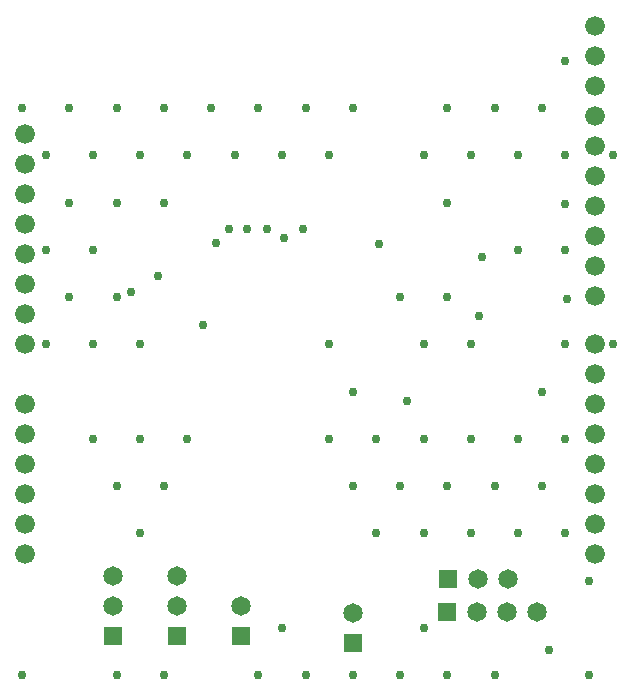
<source format=gbs>
G04*
G04 #@! TF.GenerationSoftware,Altium Limited,Altium Designer,21.2.0 (30)*
G04*
G04 Layer_Color=16711935*
%FSLAX25Y25*%
%MOIN*%
G70*
G04*
G04 #@! TF.SameCoordinates,23E6F6A8-B4C1-47F9-9D7B-204F1C257D05*
G04*
G04*
G04 #@! TF.FilePolarity,Negative*
G04*
G01*
G75*
%ADD28C,0.06496*%
%ADD29R,0.06496X0.06496*%
%ADD30R,0.06496X0.06496*%
%ADD31C,0.06591*%
%ADD32C,0.02953*%
D28*
X180787Y34881D02*
D03*
X170787D02*
D03*
X160787D02*
D03*
X39370Y46614D02*
D03*
Y36614D02*
D03*
X60630Y46614D02*
D03*
Y36614D02*
D03*
X119291Y34409D02*
D03*
X171024Y45669D02*
D03*
X161024D02*
D03*
X81890Y36614D02*
D03*
D29*
X150787Y34881D02*
D03*
X151024Y45669D02*
D03*
D30*
X39370Y26614D02*
D03*
X60630Y26614D02*
D03*
X119291Y24409D02*
D03*
X81890Y26614D02*
D03*
D31*
X10000Y194016D02*
D03*
X200000Y124016D02*
D03*
Y94016D02*
D03*
Y230000D02*
D03*
Y220000D02*
D03*
Y210000D02*
D03*
Y200000D02*
D03*
Y190000D02*
D03*
Y180000D02*
D03*
Y170000D02*
D03*
Y160000D02*
D03*
Y150000D02*
D03*
Y140000D02*
D03*
Y114016D02*
D03*
Y104016D02*
D03*
Y84016D02*
D03*
Y74016D02*
D03*
Y64016D02*
D03*
Y54016D02*
D03*
X10000Y184016D02*
D03*
Y174016D02*
D03*
Y164016D02*
D03*
Y154016D02*
D03*
Y144016D02*
D03*
Y134016D02*
D03*
Y104016D02*
D03*
Y94016D02*
D03*
Y84016D02*
D03*
Y74016D02*
D03*
Y64016D02*
D03*
Y124016D02*
D03*
Y54016D02*
D03*
D32*
X32677Y187008D02*
D03*
Y92520D02*
D03*
X56299Y202756D02*
D03*
X190551Y138976D02*
D03*
X190157Y170866D02*
D03*
X205906Y187008D02*
D03*
Y124016D02*
D03*
X198031Y45276D02*
D03*
Y13780D02*
D03*
X190157Y218504D02*
D03*
X182283Y202756D02*
D03*
X190157Y187008D02*
D03*
Y155512D02*
D03*
Y124016D02*
D03*
X182283Y108268D02*
D03*
X190157Y92520D02*
D03*
X182283Y76772D02*
D03*
X190157Y61024D02*
D03*
X166535Y202756D02*
D03*
X174409Y187008D02*
D03*
Y155512D02*
D03*
Y92520D02*
D03*
X166535Y76772D02*
D03*
X174409Y61024D02*
D03*
X166535Y13780D02*
D03*
X150787Y202756D02*
D03*
X158661Y187008D02*
D03*
X150787Y171260D02*
D03*
Y139764D02*
D03*
X158661Y124016D02*
D03*
Y92520D02*
D03*
X150787Y76772D02*
D03*
X158661Y61024D02*
D03*
X150787Y13780D02*
D03*
X142913Y187008D02*
D03*
X135039Y139764D02*
D03*
X142913Y124016D02*
D03*
Y92520D02*
D03*
X135039Y76772D02*
D03*
X142913Y61024D02*
D03*
Y29528D02*
D03*
X135039Y13780D02*
D03*
X119291Y202756D02*
D03*
Y108268D02*
D03*
X127165Y92520D02*
D03*
X119291Y76772D02*
D03*
X127165Y61024D02*
D03*
X119291Y13780D02*
D03*
X103543Y202756D02*
D03*
X111417Y187008D02*
D03*
Y124016D02*
D03*
Y92520D02*
D03*
X103543Y13780D02*
D03*
X87795Y202756D02*
D03*
X95669Y187008D02*
D03*
Y29528D02*
D03*
X87795Y13780D02*
D03*
X72047Y202756D02*
D03*
X79921Y187008D02*
D03*
X64173D02*
D03*
X56299Y171260D02*
D03*
X64173Y92520D02*
D03*
X56299Y76772D02*
D03*
Y13780D02*
D03*
X40551Y202756D02*
D03*
X48425Y187008D02*
D03*
X40551Y171260D02*
D03*
Y139764D02*
D03*
X48425Y124016D02*
D03*
Y92520D02*
D03*
X40551Y76772D02*
D03*
X48425Y61024D02*
D03*
X40551Y13780D02*
D03*
X24803Y202756D02*
D03*
Y171260D02*
D03*
X32677Y155512D02*
D03*
X24803Y139764D02*
D03*
X32677Y124016D02*
D03*
X9055Y202756D02*
D03*
X16929Y187008D02*
D03*
Y155512D02*
D03*
Y124016D02*
D03*
X9055Y13780D02*
D03*
X83858Y162598D02*
D03*
X77953D02*
D03*
X73622Y157874D02*
D03*
X96457Y159449D02*
D03*
X102756Y162598D02*
D03*
X90551D02*
D03*
X127953Y157480D02*
D03*
X137402Y105118D02*
D03*
X161417Y133465D02*
D03*
X45276Y141339D02*
D03*
X54331Y146850D02*
D03*
X69291Y130315D02*
D03*
X184646Y22047D02*
D03*
X162205Y153150D02*
D03*
M02*

</source>
